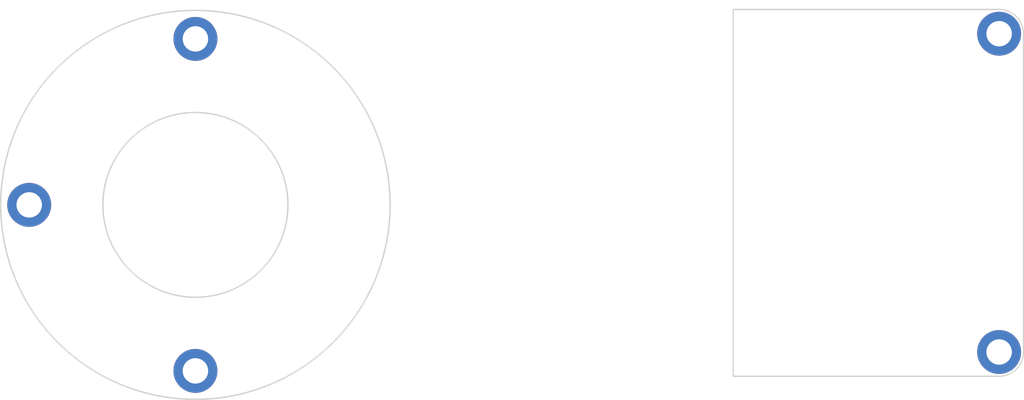
<source format=kicad_pcb>
(kicad_pcb (version 20221018) (generator pcbnew)
  (layers (0 "F.Cu" signal) (31 "B.Cu" signal) (34 "B.Paste" user) (35 "F.Paste" user) (36 "B.SilkS" user "B.Silkscreen") (37 "F.SilkS" user "F.Silkscreen") (38 "B.Mask" user) (39 "F.Mask" user) (44 "Edge.Cuts" user))
  (net 0 "")
  (footprint "DreaM117er-keebLibrary:MCU_RP2040SuperMini_SMD" (layer "F.Cu") (at 136.53 53.8208)
    (fp_text reference "U2" hide)
    (fp_text value "MCU_Right" hide)
    (fp_line (start -10.445 -11.75) (end -10.445 20.0064) (stroke (width 0.1)) (layer "Edge.Cuts"))
    (fp_line (start 12.545 -11.75) (end -10.445 -11.75) (stroke (width 0.12)) (layer "Edge.Cuts"))
    (fp_line (start 12.545 20.006) (end -10.445 20.0064) (stroke (width 0.12)) (layer "Edge.Cuts"))
    (fp_line (start 14.645 -9.65) (end 14.645 17.906) (stroke (width 0.1)) (layer "Edge.Cuts"))
    (fp_arc (start 12.545 -11.75) (mid 14.029925 -11.134925) (end 14.645 -9.65) (stroke (width 0.1)) (layer "Edge.Cuts"))
    (fp_arc (start 14.645 17.906) (mid 14.029925 19.390925) (end 12.545 20.006) (stroke (width 0.1)) (layer "Edge.Cuts"))
    (pad "" np_thru_hole circle (at 12.545 -9.65) (size 3.8 3.8) (drill 2.2) (layers "F&B.Cu" "*.Mask"))
    (pad "" np_thru_hole circle (at 12.545 17.906) (size 3.8 3.8) (drill 2.2) (layers "F&B.Cu" "*.Mask"))
  )
  (footprint "DreaM117er-keebLibrary:Joystick_NSJoy-con" (layer "F.Cu") (at 79.577926 58.990881)
    (fp_text reference "K26" hide)
    (fp_text value "NS Joy-con" hide)
    (fp_circle (center -0.00025 -0.00025) (end 7.99975 -0.00025) (stroke (width 0.12)) (fill none) (layer "Edge.Cuts"))
    (fp_circle (center -0.00025 -0.00025) (end 16.83773 -0.00025) (stroke (width 0.12)) (fill none) (layer "Edge.Cuts"))
    (pad "" np_thru_hole circle (at -14.372 0) (size 3.8 3.8) (drill 2.2) (layers "F&B.Cu" "*.Mask"))
    (pad "" np_thru_hole circle (at 0 -14.372) (size 3.8 3.8) (drill 2.2) (layers "F&B.Cu" "*.Mask"))
    (pad "" np_thru_hole circle (at 0 14.372) (size 3.8 3.8) (drill 2.2) (layers "F&B.Cu" "*.Mask"))
  )
)
</source>
